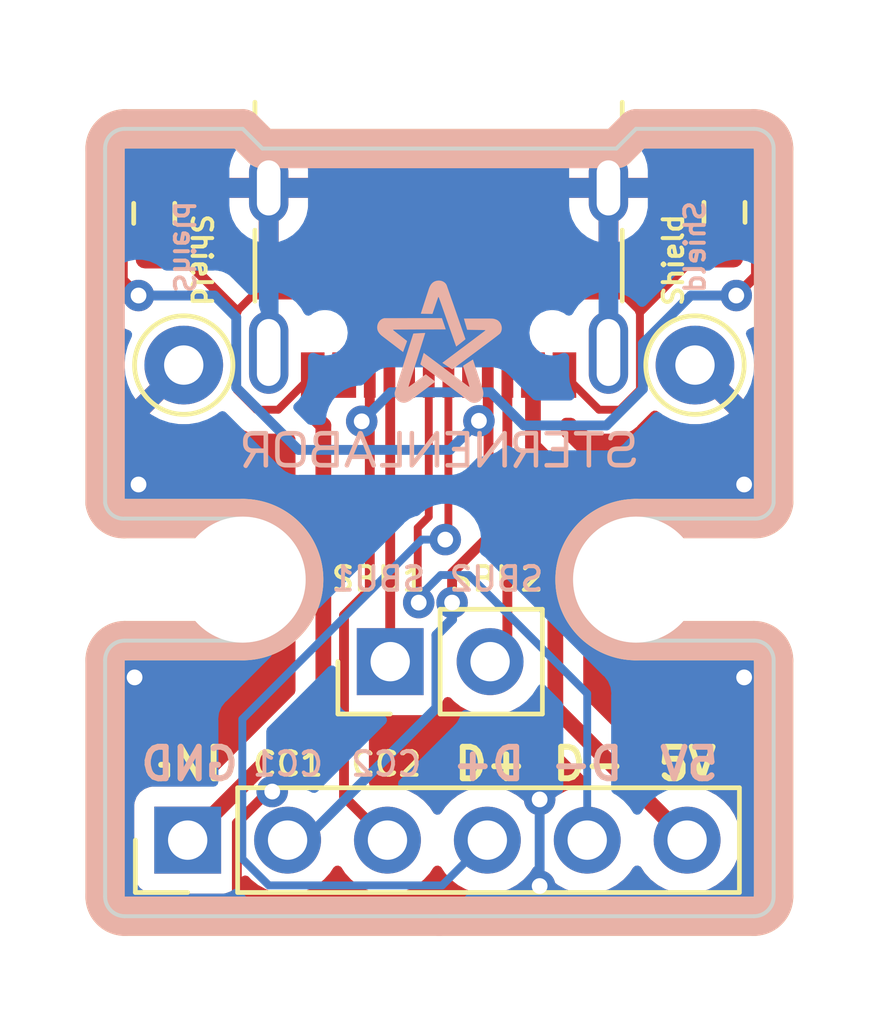
<source format=kicad_pcb>
(kicad_pcb (version 20221018) (generator pcbnew)
  (title_block (title "SL USB Type-C Breakout") (date "2024-02-23") (rev "v1.0") (company "Sternenlabor e.V.") (comment 1 "André Fiedler <mail@andrefiedler.de>"))
  (layers (0 "F.Cu" signal) (31 "B.Cu" signal) (34 "B.Paste" user) (35 "F.Paste" user) (36 "B.SilkS" user "B.Silkscreen") (37 "F.SilkS" user "F.Silkscreen") (38 "B.Mask" user) (39 "F.Mask" user) (44 "Edge.Cuts" user))
  (net 0 "")
  (net 1 "/5V")
  (net 2 "/D+")
  (net 3 "/D-")
  (net 4 "/GND")
  (net 5 "/Shield")
  (net 6 "/CC1")
  (net 7 "/CC2")
  (net 8 "/SBU1")
  (net 9 "/SBU2")
  (footprint "Resistor_SMD:R_0603_1608Metric_Pad0.98x0.95mm_HandSolder" (layer "F.Cu") (at 106.1 51.5875 -90)
    (fp_text reference "R2" hide)
    (fp_text value "5k1")
    (pad "1" smd roundrect (at -0.9125 0 270) (size 0.975 0.95) (layers "F.Cu" "F.Paste" "F.Mask") (net 7 "/CC2"))
    (pad "2" smd roundrect (at 0.9125 0 270) (size 0.975 0.95) (layers "F.Cu" "F.Paste" "F.Mask") (net 4 "/GND"))
  )
  (footprint "Connector_Pin:Pin_D1.0mm_L10.0mm" (layer "F.Cu") (at 92.35 55.46625)
    (fp_text reference "J3" hide)
    (fp_text value "Conn_01x01")
    (pad "1" thru_hole circle (at 0 0) (size 2 2) (drill 1) (layers "*.Cu" "*.Mask") (net 5 "/Shield"))
  )
  (footprint "MountingHole:MountingHole_3.2mm_M3" (layer "F.Cu") (at 93.85 60.91625)
    (fp_text reference "H1" hide)
    (fp_text value "MountingHole")
    (pad "" np_thru_hole circle (at 0 0) (size 3.2 3.2) (drill 3.2) (layers "*.Cu" "*.Mask"))
  )
  (footprint "MountingHole:MountingHole_3.2mm_M3" (layer "F.Cu") (at 103.85 60.91625)
    (fp_text reference "H2" hide)
    (fp_text value "MountingHole")
    (pad "" np_thru_hole circle (at 0 0) (size 3.2 3.2) (drill 3.2) (layers "*.Cu" "*.Mask"))
  )
  (footprint "Connector_PinHeader_2.54mm:PinHeader_1x02_P2.54mm_Vertical" (layer "F.Cu") (at 97.6 63 90)
    (fp_text reference "J2" hide)
    (fp_text value "Conn_01x02")
    (pad "1" thru_hole rect (at 0 0 90) (size 1.7 1.7) (drill 1) (layers "*.Cu" "*.Paste") (net 8 "/SBU1"))
    (pad "2" thru_hole oval (at 0 2.54 90) (size 1.7 1.7) (drill 1) (layers "*.Cu" "*.Mask") (net 9 "/SBU2"))
  )
  (footprint "Connector_Pin:Pin_D1.0mm_L10.0mm" (layer "F.Cu") (at 105.35 55.46625)
    (fp_text reference "J4" hide)
    (fp_text value "Conn_01x01")
    (pad "1" thru_hole circle (at 0 0) (size 2 2) (drill 1) (layers "*.Cu" "*.Mask") (net 5 "/Shield"))
  )
  (footprint "Connector_PinHeader_2.54mm:PinHeader_1x06_P2.54mm_Vertical" (layer "F.Cu") (at 92.45 67.53375 90)
    (fp_text reference "J1" hide)
    (fp_text value "Conn_01x06")
    (pad "1" thru_hole rect (at 0 0 90) (size 1.7 1.7) (drill 1) (layers "*.Cu" "*.Mask") (net 4 "/GND"))
    (pad "2" thru_hole oval (at 0 2.54 90) (size 1.7 1.7) (drill 1) (layers "*.Cu" "*.Mask") (net 6 "/CC1"))
    (pad "3" thru_hole oval (at 0 5.08 90) (size 1.7 1.7) (drill 1) (layers "*.Cu" "*.Mask") (net 7 "/CC2"))
    (pad "4" thru_hole oval (at 0 7.62 90) (size 1.7 1.7) (drill 1) (layers "*.Cu" "*.Mask") (net 2 "/D+"))
    (pad "5" thru_hole oval (at 0 10.16 90) (size 1.7 1.7) (drill 1) (layers "*.Cu" "*.Mask") (net 3 "/D-"))
    (pad "6" thru_hole oval (at 0 12.7 90) (size 1.7 1.7) (drill 1) (layers "*.Cu" "*.Mask") (net 1 "/5V"))
  )
  (footprint "Connector_USB:USB_C_Receptacle_GCT_USB4105-xx-A_16P_TopMnt_Horizontal" (layer "F.Cu") (at 98.83 52.04125 180)
    (fp_text reference "J0" hide)
    (fp_text value "USB_C_Receptacle_USB2.0")
    (pad "" np_thru_hole circle (at -2.89 -2.605 180) (size 0.65 0.65) (drill 0.65) (layers "F&B.Cu" "*.Mask"))
    (pad "" np_thru_hole circle (at 2.89 -2.605 180) (size 0.65 0.65) (drill 0.65) (layers "F&B.Cu" "*.Mask"))
    (pad "A1" smd rect (at -3.2 -3.68 180) (size 0.6 1.15) (layers "F.Cu" "F.Paste" "F.Mask") (net 4 "/GND"))
    (pad "A4" smd rect (at -2.4 -3.68 180) (size 0.6 1.15) (layers "F.Cu" "F.Paste" "F.Mask") (net 1 "/5V"))
    (pad "A5" smd rect (at -1.25 -3.68 180) (size 0.3 1.15) (layers "F.Cu" "F.Paste" "F.Mask") (net 6 "/CC1"))
    (pad "A6" smd rect (at -0.25 -3.68 180) (size 0.3 1.15) (layers "F.Cu" "F.Paste" "F.Mask") (net 2 "/D+"))
    (pad "A7" smd rect (at 0.25 -3.68 180) (size 0.3 1.15) (layers "F.Cu" "F.Paste" "F.Mask") (net 3 "/D-"))
    (pad "A8" smd rect (at 1.25 -3.68 180) (size 0.3 1.15) (layers "F.Cu" "F.Paste" "F.Mask") (net 8 "/SBU1"))
    (pad "A9" smd rect (at 2.4 -3.68 180) (size 0.6 1.15) (layers "F.Cu" "F.Paste" "F.Mask") (net 1 "/5V"))
    (pad "A12" smd rect (at 3.2 -3.68 180) (size 0.6 1.15) (layers "F.Cu" "F.Paste" "F.Mask") (net 4 "/GND"))
    (pad "B1" smd rect (at 3.2 -3.68 180) (size 0.6 1.15) (layers "F.Cu" "F.Paste" "F.Mask") (net 4 "/GND"))
    (pad "B4" smd rect (at 2.4 -3.68 180) (size 0.6 1.15) (layers "F.Cu" "F.Paste" "F.Mask") (net 1 "/5V"))
    (pad "B5" smd rect (at 1.75 -3.68 180) (size 0.3 1.15) (layers "F.Cu" "F.Paste" "F.Mask") (net 7 "/CC2"))
    (pad "B6" smd rect (at 0.75 -3.68 180) (size 0.3 1.15) (layers "F.Cu" "F.Paste" "F.Mask") (net 2 "/D+"))
    (pad "B7" smd rect (at -0.75 -3.68 180) (size 0.3 1.15) (layers "F.Cu" "F.Paste" "F.Mask"))
    (pad "B8" smd rect (at -1.75 -3.68 180) (size 0.3 1.15) (layers "F.Cu" "F.Paste" "F.Mask") (net 9 "/SBU2"))
    (pad "B9" smd rect (at -2.4 -3.68 180) (size 0.6 1.15) (layers "F.Cu" "F.Paste" "F.Mask") (net 1 "/5V"))
    (pad "B12" smd rect (at -3.2 -3.68 180) (size 0.6 1.15) (layers "F.Cu" "F.Paste" "F.Mask") (net 4 "/GND"))
    (pad "S1" thru_hole oval (at -4.32 -3.105 180) (size 1 2.1) (drill oval 0.6 1.7) (layers "*.Cu" "*.Mask" "F.Paste") (net 5 "/Shield"))
    (pad "S1" thru_hole oval (at -4.32 1.075 180) (size 1 1.8) (drill oval 0.6 1.4) (layers "*.Cu" "*.Mask" "F.Paste") (net 5 "/Shield"))
    (pad "S1" thru_hole oval (at 4.32 -3.105 180) (size 1 2.1) (drill oval 0.6 1.7) (layers "*.Cu" "*.Mask" "F.Paste") (net 5 "/Shield"))
    (pad "S1" thru_hole oval (at 4.32 1.075 180) (size 1 1.8) (drill oval 0.6 1.4) (layers "*.Cu" "*.Mask" "F.Paste") (net 5 "/Shield"))
  )
  (footprint "Resistor_SMD:R_0603_1608Metric_Pad0.98x0.95mm_HandSolder" (layer "F.Cu") (at 91.6 51.6125 -90)
    (fp_text reference "R1" hide)
    (fp_text value "5k1")
    (pad "1" smd roundrect (at -0.9125 0 270) (size 0.975 0.95) (layers "F.Cu" "F.Paste" "F.Mask") (net 6 "/CC1"))
    (pad "2" smd roundrect (at 0.9125 0 270) (size 0.975 0.95) (layers "F.Cu" "F.Paste" "F.Mask") (net 4 "/GND"))
  )
  (footprint "Andre:Sternenlabor_Logo_10x4.8" (layer "B.Cu") (at 98.85 55.7 180)
    (fp_text reference "G***" hide)
    (fp_text value "LOGO" hide)
  )
  (gr_line (start 103.85 49.46625) (end 106.85 49.46625) (stroke (width 1)) (layer "B.SilkS"))
  (gr_arc (start 107.35 68.96625) (mid 107.203553 69.319803) (end 106.85 69.46625) (stroke (width 1)) (layer "B.SilkS"))
  (gr_line (start 90.35 62.96625) (end 90.35 68.96625) (stroke (width 1)) (layer "B.SilkS"))
  (gr_line (start 98.85 69.46625) (end 106.85 69.46625) (stroke (width 1)) (layer "B.SilkS"))
  (gr_arc (start 103.85 62.46625) (mid 102.3 60.91625) (end 103.85 59.36625) (stroke (width 1)) (layer "B.SilkS"))
  (gr_arc (start 90.35 49.96625) (mid 90.496447 49.612697) (end 90.85 49.46625) (stroke (width 1)) (layer "B.SilkS"))
  (gr_line (start 103.35 49.96625) (end 103.85 49.46625) (stroke (width 1)) (layer "B.SilkS"))
  (gr_arc (start 106.85 62.46625) (mid 107.203553 62.612697) (end 107.35 62.96625) (stroke (width 1)) (layer "B.SilkS"))
  (gr_line (start 107.35 49.96625) (end 107.35 58.96625) (stroke (width 1)) (layer "B.SilkS"))
  (gr_arc (start 90.85 69.46625) (mid 90.496447 69.319803) (end 90.35 68.96625) (stroke (width 1)) (layer "B.SilkS"))
  (gr_arc (start 90.85 59.36625) (mid 90.521759 59.264078) (end 90.35 58.96625) (stroke (width 1)) (layer "B.SilkS"))
  (gr_line (start 90.85 59.36625) (end 93.85 59.36625) (stroke (width 1)) (layer "B.SilkS"))
  (gr_line (start 90.35 58.96625) (end 90.35 49.96625) (stroke (width 1)) (layer "B.SilkS"))
  (gr_line (start 93.85 49.46625) (end 94.35 49.96625) (stroke (width 1)) (layer "B.SilkS"))
  (gr_line (start 90.85 49.46625) (end 93.85 49.46625) (stroke (width 1)) (layer "B.SilkS"))
  (gr_arc (start 107.35 58.96625) (mid 107.177785 59.263502) (end 106.85 59.36625) (stroke (width 1)) (layer "B.SilkS"))
  (gr_line (start 90.85 69.46625) (end 98.85 69.46625) (stroke (width 1)) (layer "B.SilkS"))
  (gr_line (start 106.85 62.46625) (end 103.85 62.46625) (stroke (width 1)) (layer "B.SilkS"))
  (gr_line (start 106.85 59.36625) (end 103.85 59.36625) (stroke (width 1)) (layer "B.SilkS"))
  (gr_arc (start 93.85 59.36625) (mid 95.4 60.91625) (end 93.85 62.46625) (stroke (width 1)) (layer "B.SilkS"))
  (gr_line (start 94.35 49.96625) (end 103.35 49.96625) (stroke (width 1)) (layer "B.SilkS"))
  (gr_line (start 90.85 62.46625) (end 93.85 62.46625) (stroke (width 1)) (layer "B.SilkS"))
  (gr_arc (start 90.35 62.96625) (mid 90.496447 62.612697) (end 90.85 62.46625) (stroke (width 1)) (layer "B.SilkS"))
  (gr_line (start 107.35 68.96625) (end 107.35 62.96625) (stroke (width 1)) (layer "B.SilkS"))
  (gr_arc (start 106.85 49.46625) (mid 107.203553 49.612697) (end 107.35 49.96625) (stroke (width 1)) (layer "B.SilkS"))
  (gr_line (start 103.35 49.96625) (end 103.85 49.46625) (stroke (width 1)) (layer "F.SilkS"))
  (gr_arc (start 106.85 49.46625) (mid 107.203553 49.612697) (end 107.35 49.96625) (stroke (width 1)) (layer "F.SilkS"))
  (gr_line (start 90.35 62.96625) (end 90.35 68.96625) (stroke (width 1)) (layer "F.SilkS"))
  (gr_line (start 103.85 62.46625) (end 106.85 62.46625) (stroke (width 1)) (layer "F.SilkS"))
  (gr_line (start 94.35 49.96625) (end 103.35 49.96625) (stroke (width 1)) (layer "F.SilkS"))
  (gr_arc (start 90.85 69.46625) (mid 90.496447 69.319803) (end 90.35 68.96625) (stroke (width 1)) (layer "F.SilkS"))
  (gr_line (start 93.85 62.46625) (end 90.85 62.46625) (stroke (width 1)) (layer "F.SilkS"))
  (gr_line (start 90.85 49.46625) (end 93.85 49.46625) (stroke (width 1)) (layer "F.SilkS"))
  (gr_arc (start 93.85 59.36625) (mid 95.4 60.91625) (end 93.85 62.46625) (stroke (width 1)) (layer "F.SilkS"))
  (gr_line (start 103.85 59.36625) (end 106.85 59.36625) (stroke (width 1)) (layer "F.SilkS"))
  (gr_arc (start 107.35 68.96625) (mid 107.203553 69.319803) (end 106.85 69.46625) (stroke (width 1)) (layer "F.SilkS"))
  (gr_line (start 93.85 49.46625) (end 94.35 49.96625) (stroke (width 1)) (layer "F.SilkS"))
  (gr_line (start 90.85 69.46625) (end 98.85 69.46625) (stroke (width 1)) (layer "F.SilkS"))
  (gr_line (start 98.85 69.46625) (end 106.85 69.46625) (stroke (width 1)) (layer "F.SilkS"))
  (gr_line (start 107.35 49.96625) (end 107.35 58.96625) (stroke (width 1)) (layer "F.SilkS"))
  (gr_arc (start 106.85 62.46625) (mid 107.203553 62.612697) (end 107.35 62.96625) (stroke (width 1)) (layer "F.SilkS"))
  (gr_arc (start 90.35 62.96625) (mid 90.496447 62.612697) (end 90.85 62.46625) (stroke (width 1)) (layer "F.SilkS"))
  (gr_arc (start 103.85 62.46625) (mid 102.3 60.91625) (end 103.85 59.36625) (stroke (width 1)) (layer "F.SilkS"))
  (gr_line (start 90.35 58.96625) (end 90.35 49.96625) (stroke (width 1)) (layer "F.SilkS"))
  (gr_arc (start 90.35 49.96625) (mid 90.496447 49.612697) (end 90.85 49.46625) (stroke (width 1)) (layer "F.SilkS"))
  (gr_line (start 107.35 68.96625) (end 107.35 62.96625) (stroke (width 1)) (layer "F.SilkS"))
  (gr_line (start 93.85 59.36625) (end 90.85 59.36625) (stroke (width 1)) (layer "F.SilkS"))
  (gr_line (start 103.85 49.46625) (end 106.85 49.46625) (stroke (width 1)) (layer "F.SilkS"))
  (gr_arc (start 107.35 58.96625) (mid 107.178294 59.264144) (end 106.85 59.36625) (stroke (width 1)) (layer "F.SilkS"))
  (gr_arc (start 90.85 59.36625) (mid 90.522254 59.263452) (end 90.35 58.96625) (stroke (width 1)) (layer "F.SilkS"))
  (gr_line (start 103.85 62.46625) (end 106.85 62.46625) (stroke (width 0.1)) (layer "Edge.Cuts"))
  (gr_arc (start 90.35 49.96625) (mid 90.496447 49.612697) (end 90.85 49.46625) (stroke (width 0.1)) (layer "Edge.Cuts"))
  (gr_line (start 103.85 59.36625) (end 106.85 59.36625) (stroke (width 0.1)) (layer "Edge.Cuts"))
  (gr_line (start 107.35 68.96625) (end 107.35 62.96625) (stroke (width 0.1)) (layer "Edge.Cuts"))
  (gr_arc (start 93.85 59.36625) (mid 95.4 60.91625) (end 93.85 62.46625) (stroke (width 0.1)) (layer "Edge.Cuts"))
  (gr_line (start 103.35 49.96625) (end 103.85 49.46625) (stroke (width 0.1)) (layer "Edge.Cuts"))
  (gr_arc (start 90.85 69.46625) (mid 90.496447 69.319803) (end 90.35 68.96625) (stroke (width 0.1)) (layer "Edge.Cuts"))
  (gr_arc (start 90.35 62.96625) (mid 90.496447 62.612697) (end 90.85 62.46625) (stroke (width 0.1)) (layer "Edge.Cuts"))
  (gr_line (start 107.35 49.96625) (end 107.35 58.96625) (stroke (width 0.1)) (layer "Edge.Cuts"))
  (gr_line (start 90.35 58.96625) (end 90.35 49.96625) (stroke (width 0.1)) (layer "Edge.Cuts"))
  (gr_arc (start 107.35 68.96625) (mid 107.203553 69.319803) (end 106.85 69.46625) (stroke (width 0.1)) (layer "Edge.Cuts"))
  (gr_line (start 103.85 49.46625) (end 106.85 49.46625) (stroke (width 0.1)) (layer "Edge.Cuts"))
  (gr_line (start 90.35 62.96625) (end 90.35 68.96625) (stroke (width 0.1)) (layer "Edge.Cuts"))
  (gr_line (start 90.85 49.46625) (end 93.85 49.46625) (stroke (width 0.1)) (layer "Edge.Cuts"))
  (gr_line (start 93.85 62.46625) (end 90.85 62.46625) (stroke (width 0.1)) (layer "Edge.Cuts"))
  (gr_line (start 90.85 69.46625) (end 98.85 69.46625) (stroke (width 0.1)) (layer "Edge.Cuts"))
  (gr_line (start 93.85 49.46625) (end 94.35 49.96625) (stroke (width 0.1)) (layer "Edge.Cuts"))
  (gr_line (start 93.85 59.36625) (end 90.85 59.36625) (stroke (width 0.1)) (layer "Edge.Cuts"))
  (gr_line (start 98.85 69.46625) (end 106.85 69.46625) (stroke (width 0.1)) (layer "Edge.Cuts"))
  (gr_arc (start 106.85 49.46625) (mid 107.203553 49.612697) (end 107.35 49.96625) (stroke (width 0.1)) (layer "Edge.Cuts"))
  (gr_line (start 94.35 49.96625) (end 103.35 49.96625) (stroke (width 0.1)) (layer "Edge.Cuts"))
  (gr_arc (start 90.85 59.36625) (mid 90.522261 59.263424) (end 90.35 58.96625) (stroke (width 0.1)) (layer "Edge.Cuts"))
  (gr_arc (start 107.35 58.96625) (mid 107.178248 59.264066) (end 106.85 59.36625) (stroke (width 0.1)) (layer "Edge.Cuts"))
  (gr_arc (start 103.85 62.46625) (mid 102.3 60.91625) (end 103.85 59.36625) (stroke (width 0.1)) (layer "Edge.Cuts"))
  (gr_arc (start 106.85 62.46625) (mid 107.203553 62.612697) (end 107.35 62.96625) (stroke (width 0.1)) (layer "Edge.Cuts"))
  (gr_text "GND" (at 92.5 65.6) (layer "B.SilkS") (effects (font (size 0.8 0.8)) (justify mirror)))
  (gr_text "CC1" (at 95 65.6) (layer "B.SilkS") (effects (font (size 0.6 0.6) (thickness 0.1)) (justify mirror)))
  (gr_text "5V" (at 105.2 65.6) (layer "B.SilkS") (effects (font (size 0.8 0.8)) (justify mirror)))
  (gr_text "D+" (at 100.1 65.6) (layer "B.SilkS") (effects (font (size 0.8 0.8)) (justify mirror)))
  (gr_text "Shield" (at 105.35 52.46625 90) (layer "B.SilkS") (effects (font (size 0.5 0.5) (thickness 0.1)) (justify mirror)))
  (gr_text "CC2" (at 97.5 65.6) (layer "B.SilkS") (effects (font (size 0.6 0.6) (thickness 0.1)) (justify mirror)))
  (gr_text "D-" (at 102.6 65.6) (layer "B.SilkS") (effects (font (size 0.8 0.8)) (justify mirror)))
  (gr_text "Shield" (at 92.35 52.46625 270) (layer "B.SilkS") (effects (font (size 0.5 0.5) (thickness 0.1)) (justify mirror)))
  (gr_text "SBU1" (at 97.3 60.9) (layer "B.SilkS") (effects (font (size 0.6 0.6) (thickness 0.1) bold) (justify mirror)))
  (gr_text "SBU2" (at 100.3 60.9) (layer "B.SilkS") (effects (font (size 0.6 0.6) (thickness 0.1) bold) (justify mirror)))
  (gr_text "Shield" (at 104.8 52.8 90) (layer "F.SilkS") (effects (font (size 0.5 0.5) (thickness 0.1))))
  (gr_text "CC1" (at 95 65.6) (layer "F.SilkS") (effects (font (size 0.6 0.6) (thickness 0.1))))
  (gr_text "SBU1" (at 97.3 60.9) (layer "F.SilkS") (effects (font (size 0.6 0.6) (thickness 0.1) bold)))
  (gr_text "SBU2" (at 100.3 60.9) (layer "F.SilkS") (effects (font (size 0.6 0.6) (thickness 0.1) bold)))
  (gr_text "5V" (at 105.15 65.6) (layer "F.SilkS") (effects (font (size 0.8 0.8))))
  (gr_text "GND" (at 92.5 65.6) (layer "F.SilkS") (effects (font (size 0.8 0.8))))
  (gr_text "Shield" (at 92.8 52.8 270) (layer "F.SilkS") (effects (font (size 0.5 0.5) (thickness 0.1))))
  (gr_text "D-" (at 102.65 65.6) (layer "F.SilkS") (effects (font (size 0.8 0.8))))
  (gr_text "CC2" (at 97.5 65.6) (layer "F.SilkS") (effects (font (size 0.6 0.6) (thickness 0.1))))
  (gr_text "D+" (at 100.15 65.6) (layer "F.SilkS") (effects (font (size 0.8 0.8))))
  (segment (start 101.23 55.110844) (end 101.23 55.72125) (width 0.2) (layer "F.Cu") (net 1))
  (segment (start 101.23 57.53) (end 101.23 55.72125) (width 0.4) (layer "F.Cu") (net 1))
  (segment (start 101.8 58.1) (end 101.23 57.53) (width 0.4) (layer "F.Cu") (net 1))
  (segment (start 100.819156 54.7) (end 101.23 55.110844) (width 0.2) (layer "F.Cu") (net 1))
  (segment (start 96.43 55.72125) (end 96.420422 55.711672) (width 0.2) (layer "F.Cu") (net 1))
  (segment (start 101.8 64.18375) (end 101.8 58.1) (width 0.4) (layer "F.Cu") (net 1))
  (segment (start 105.15 67.53375) (end 101.8 64.18375) (width 0.4) (layer "F.Cu") (net 1))
  (segment (start 96.420422 55.711672) (end 96.420422 55.120422) (width 0.2) (layer "F.Cu") (net 1))
  (segment (start 96.420422 55.120422) (end 96.840844 54.7) (width 0.2) (layer "F.Cu") (net 1))
  (segment (start 96.840844 54.7) (end 100.819156 54.7) (width 0.2) (layer "F.Cu") (net 1))
  (segment (start 99.08 59.818982) (end 98.9995 59.899482) (width 0.2) (layer "F.Cu") (net 2))
  (segment (start 99.08 55.72125) (end 99.08 59.818982) (width 0.2) (layer "F.Cu") (net 2))
  (via (at 98.9995 59.899482) (size 0.8) (drill 0.4) (layers "F.Cu" "B.Cu") (net 2))
  (segment (start 98.400518 59.899482) (end 93.84 64.46) (width 0.2) (layer "B.Cu") (net 2))
  (segment (start 98.9995 59.899482) (end 98.400518 59.899482) (width 0.2) (layer "B.Cu") (net 2))
  (segment (start 94.513654 68.68375) (end 98.92 68.68375) (width 0.2) (layer "B.Cu") (net 2))
  (segment (start 98.92 68.68375) (end 100.07 67.53375) (width 0.2) (layer "B.Cu") (net 2))
  (segment (start 93.84 64.46) (end 93.84 68.010096) (width 0.2) (layer "B.Cu") (net 2))
  (segment (start 93.84 68.010096) (end 94.513654 68.68375) (width 0.2) (layer "B.Cu") (net 2))
  (segment (start 98.3245 61.5) (end 98.2995 61.475) (width 0.2) (layer "F.Cu") (net 3))
  (segment (start 98.2995 61.475) (end 98.2995 59.6005) (width 0.2) (layer "F.Cu") (net 3))
  (segment (start 98.58 59.32) (end 98.58 55.72125) (width 0.2) (layer "F.Cu") (net 3))
  (segment (start 98.2995 59.6005) (end 98.58 59.32) (width 0.2) (layer "F.Cu") (net 3))
  (via (at 98.3245 61.5) (size 0.8) (drill 0.4) (layers "F.Cu" "B.Cu") (net 3))
  (segment (start 102.61 63.81) (end 102.61 67.53375) (width 0.2) (layer "B.Cu") (net 3))
  (segment (start 99.6 60.8) (end 102.61 63.81) (width 0.2) (layer "B.Cu") (net 3))
  (segment (start 98.3245 61.5) (end 98.3245 61.359553) (width 0.2) (layer "B.Cu") (net 3))
  (segment (start 98.3245 61.359553) (end 98.884053 60.8) (width 0.2) (layer "B.Cu") (net 3))
  (segment (start 98.884053 60.8) (end 99.6 60.8) (width 0.2) (layer "B.Cu") (net 3))
  (segment (start 92.45 67.53375) (end 95.9 64.08375) (width 0.4) (layer "F.Cu") (net 4))
  (segment (start 95.9 57) (end 95.63 56.73) (width 0.4) (layer "F.Cu") (net 4))
  (segment (start 94.75125 56.6) (end 94.2 56.6) (width 0.2) (layer "F.Cu") (net 4))
  (segment (start 95.63 55.72125) (end 95.8 55.89125) (width 0.2) (layer "F.Cu") (net 4))
  (segment (start 91.6 52.525) (end 92.125 52.525) (width 0.25) (layer "F.Cu") (net 4))
  (segment (start 103.43881 56.6) (end 102.90875 56.6) (width 0.2) (layer "F.Cu") (net 4))
  (segment (start 103.95 56.08881) (end 103.43881 56.6) (width 0.2) (layer "F.Cu") (net 4))
  (segment (start 95.63 56.73) (end 95.63 55.72125) (width 0.4) (layer "F.Cu") (net 4))
  (segment (start 93.7 56.1) (end 93.7 54.1) (width 0.2) (layer "F.Cu") (net 4))
  (segment (start 95.9 64.08375) (end 95.9 57) (width 0.4) (layer "F.Cu") (net 4))
  (segment (start 92.125 52.525) (end 93.7 54.1) (width 0.25) (layer "F.Cu") (net 4))
  (segment (start 102.90875 56.6) (end 102.03 55.72125) (width 0.2) (layer "F.Cu") (net 4))
  (segment (start 105.55 52.5) (end 103.95 54.1) (width 0.25) (layer "F.Cu") (net 4))
  (segment (start 103.95 54.1) (end 103.95 56.08881) (width 0.2) (layer "F.Cu") (net 4))
  (segment (start 95.63 55.72125) (end 94.75125 56.6) (width 0.2) (layer "F.Cu") (net 4))
  (segment (start 93.7 54.1) (end 94.1 53.7) (width 0.2) (layer "F.Cu") (net 4))
  (segment (start 103.55 53.7) (end 103.95 54.1) (width 0.2) (layer "F.Cu") (net 4))
  (segment (start 106.1 52.5) (end 105.55 52.5) (width 0.25) (layer "F.Cu") (net 4))
  (segment (start 94.2 56.6) (end 93.7 56.1) (width 0.2) (layer "F.Cu") (net 4))
  (segment (start 94.1 53.7) (end 103.55 53.7) (width 0.2) (layer "F.Cu") (net 4))
  (segment (start 94.5 66.3) (end 93.7 67.1) (width 0.25) (layer "F.Cu") (net 5))
  (segment (start 93.7 68.9) (end 94 69.2) (width 0.25) (layer "F.Cu") (net 5))
  (segment (start 93.7 67.1) (end 93.7 68.9) (width 0.25) (layer "F.Cu") (net 5))
  (segment (start 100.9 69.2) (end 101.4 68.7) (width 0.25) (layer "F.Cu") (net 5))
  (segment (start 94.6 66.3) (end 94.5 66.3) (width 0.25) (layer "F.Cu") (net 5))
  (segment (start 94 69.2) (end 100.9 69.2) (width 0.25) (layer "F.Cu") (net 5))
  (via (at 94.6 66.3) (size 0.8) (drill 0.4) (layers "F.Cu" "B.Cu") (net 5))
  (via (at 101.4 66.5) (size 0.8) (drill 0.4) (layers "F.Cu" "B.Cu") (net 5))
  (via (at 91.2 58.5) (size 0.8) (drill 0.4) (layers "F.Cu" "B.Cu") (net 5))
  (via (at 101.4 68.7) (size 0.8) (drill 0.4) (layers "F.Cu" "B.Cu") (net 5))
  (via (at 91.1 63.4) (size 0.8) (drill 0.4) (layers "F.Cu" "B.Cu") (net 5))
  (via (at 106.6 63.4) (size 0.8) (drill 0.4) (layers "F.Cu" "B.Cu") (net 5))
  (via (at 106.6 58.5) (size 0.8) (drill 0.4) (layers "F.Cu" "B.Cu") (net 5))
  (segment (start 101.4 68.7) (end 101.4 66.5) (width 0.25) (layer "B.Cu") (net 5))
  (segment (start 99.174003 60.749003) (end 99.174003 61.5) (width 0.25) (layer "F.Cu") (net 6))
  (segment (start 100.1 55.74125) (end 100.1 57.2) (width 0.25) (layer "F.Cu") (net 6))
  (segment (start 100.1 59.823006) (end 99.174003 60.749003) (width 0.25) (layer "F.Cu") (net 6))
  (segment (start 91.2 53.7) (end 90.8 53.3) (width 0.25) (layer "F.Cu") (net 6))
  (segment (start 100.08 55.72125) (end 100.1 55.74125) (width 0.25) (layer "F.Cu") (net 6))
  (segment (start 100.1 57.2) (end 100.1 57.126587) (width 0.25) (layer "F.Cu") (net 6))
  (segment (start 100.08 55.72125) (end 100.08 56.658215) (width 0.25) (layer "F.Cu") (net 6))
  (segment (start 90.8 51.5) (end 91.6 50.7) (width 0.25) (layer "F.Cu") (net 6))
  (segment (start 100.08 56.658215) (end 99.855814 56.882401) (width 0.25) (layer "F.Cu") (net 6))
  (segment (start 90.8 53.3) (end 90.8 51.5) (width 0.25) (layer "F.Cu") (net 6))
  (segment (start 100.1 57.2) (end 100.1 59.823006) (width 0.25) (layer "F.Cu") (net 6))
  (segment (start 100.1 57.126587) (end 99.855814 56.882401) (width 0.25) (layer "F.Cu") (net 6))
  (via (at 99.174003 61.5) (size 0.8) (drill 0.4) (layers "F.Cu" "B.Cu") (net 6))
  (via (at 99.855814 56.882401) (size 0.8) (drill 0.4) (layers "F.Cu" "B.Cu") (net 6))
  (via (at 91.2 53.7) (size 0.8) (drill 0.4) (layers "F.Cu" "B.Cu") (net 6))
  (segment (start 91.2 53.7) (end 93.130476 53.7) (width 0.25) (layer "B.Cu") (net 6))
  (segment (start 99.174003 61.925997) (end 98.775 62.325) (width 0.25) (layer "B.Cu") (net 6))
  (segment (start 99.117463 57.620752) (end 99.855814 56.882401) (width 0.25) (layer "B.Cu") (net 6))
  (segment (start 95.267776 57.620752) (end 99.117463 57.620752) (width 0.25) (layer "B.Cu") (net 6))
  (segment (start 93.130476 53.7) (end 93.685 54.254524) (width 0.25) (layer "B.Cu") (net 6))
  (segment (start 98.775 64.175) (end 95.41625 67.53375) (width 0.25) (layer "B.Cu") (net 6))
  (segment (start 93.685 56.037976) (end 95.267776 57.620752) (width 0.25) (layer "B.Cu") (net 6))
  (segment (start 98.775 62.325) (end 98.775 64.175) (width 0.25) (layer "B.Cu") (net 6))
  (segment (start 95.41625 67.53375) (end 94.99 67.53375) (width 0.25) (layer "B.Cu") (net 6))
  (segment (start 99.174003 61.5) (end 99.174003 61.925997) (width 0.25) (layer "B.Cu") (net 6))
  (segment (start 93.685 54.254524) (end 93.685 56.037976) (width 0.25) (layer "B.Cu") (net 6))
  (segment (start 96.425 61.825) (end 96.425 66.42875) (width 0.25) (layer "F.Cu") (net 7))
  (segment (start 106.4 53.7) (end 106.9 53.2) (width 0.25) (layer "F.Cu") (net 7))
  (segment (start 96.425 66.42875) (end 97.53 67.53375) (width 0.25) (layer "F.Cu") (net 7))
  (segment (start 97.08 55.72125) (end 97.08 56.691252) (width 0.25) (layer "F.Cu") (net 7))
  (segment (start 97.08 55.72125) (end 97.08 57.3) (width 0.25) (layer "F.Cu") (net 7))
  (segment (start 97.08 57.3) (end 97.08 61.17) (width 0.25) (layer "F.Cu") (net 7))
  (segment (start 97.08 57.100252) (end 96.8755 56.895752) (width 0.25) (layer "F.Cu") (net 7))
  (segment (start 97.08 61.17) (end 96.425 61.825) (width 0.25) (layer "F.Cu") (net 7))
  (segment (start 97.08 57.3) (end 97.08 57.100252) (width 0.25) (layer "F.Cu") (net 7))
  (segment (start 106.9 53.2) (end 106.9 51.475) (width 0.25) (layer "F.Cu") (net 7))
  (segment (start 97.08 56.691252) (end 96.8755 56.895752) (width 0.25) (layer "F.Cu") (net 7))
  (segment (start 106.9 51.475) (end 106.1 50.675) (width 0.25) (layer "F.Cu") (net 7))
  (via (at 96.8755 56.895752) (size 0.8) (drill 0.4) (layers "F.Cu" "B.Cu") (net 7))
  (via (at 106.4 53.7) (size 0.8) (drill 0.4) (layers "F.Cu" "B.Cu") (net 7))
  (segment (start 101 57) (end 100.157401 56.157401) (width 0.25) (layer "B.Cu") (net 7))
  (segment (start 105.242417 53.7) (end 104.025 54.917417) (width 0.25) (layer "B.Cu") (net 7))
  (segment (start 103.1 57) (end 101 57) (width 0.25) (layer "B.Cu") (net 7))
  (segment (start 97.613851 56.157401) (end 96.8755 56.895752) (width 0.25) (layer "B.Cu") (net 7))
  (segment (start 104.025 56.075) (end 103.1 57) (width 0.25) (layer "B.Cu") (net 7))
  (segment (start 104.025 54.917417) (end 104.025 56.075) (width 0.25) (layer "B.Cu") (net 7))
  (segment (start 106.4 53.7) (end 105.242417 53.7) (width 0.25) (layer "B.Cu") (net 7))
  (segment (start 100.157401 56.157401) (end 97.613851 56.157401) (width 0.25) (layer "B.Cu") (net 7))
  (segment (start 97.6 55.74125) (end 97.58 55.72125) (width 0.25) (layer "F.Cu") (net 8))
  (segment (start 97.6 63) (end 97.6 55.74125) (width 0.25) (layer "F.Cu") (net 8))
  (segment (start 100.14 63) (end 100.58 62.56) (width 0.25) (layer "F.Cu") (net 9))
  (segment (start 100.58 62.56) (end 100.58 55.72125) (width 0.25) (layer "F.Cu") (net 9))
  (zone (net 5) (net_name "/Shield") (layer "F.Cu") (connect_pads (clearance 0.508)) (min_thickness 0.254) (fill yes (thermal_gap 0.508) (thermal_bridge_width 0.508))
    (polygon (pts (xy 107.45 69.56625) (xy 90.25 69.56625) (xy 90.45 49.56625) (xy 107.45 49.56625)))
  )
  (zone (net 5) (net_name "/Shield") (layer "B.Cu") (priority 1) (connect_pads (clearance 0.508)) (min_thickness 0.25) (fill yes (thermal_gap 0.5) (thermal_bridge_width 0.5))
    (polygon (pts (xy 89.9 69.9) (xy 90 49) (xy 107.8 49) (xy 107.7 69.9)))
  )
)
</source>
